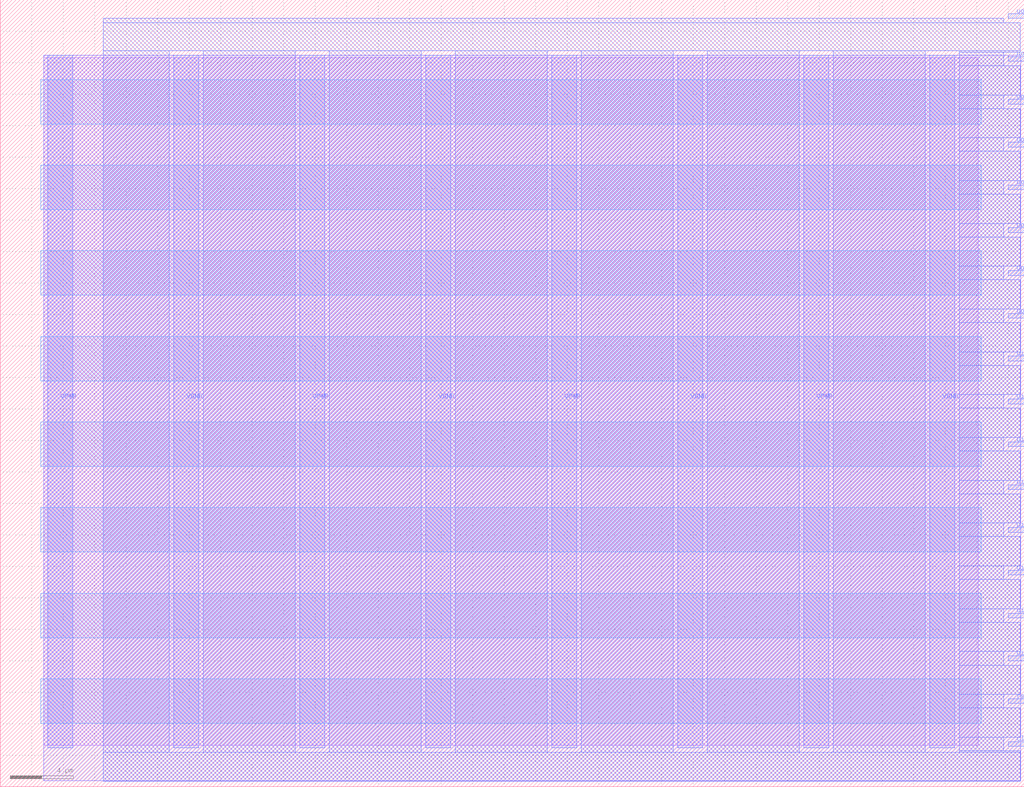
<source format=lef>
VERSION 5.7 ;
  NOWIREEXTENSIONATPIN ON ;
  DIVIDERCHAR "/" ;
  BUSBITCHARS "[]" ;
MACRO tt_um_MichaelBell_shift_compute
  CLASS BLOCK ;
  FOREIGN tt_um_MichaelBell_shift_compute ;
  ORIGIN 0.000 0.000 ;
  SIZE 65.000 BY 50.000 ;
  PIN VGND
    DIRECTION INOUT ;
    USE GROUND ;
    PORT
      LAYER met2 ;
        RECT 11.000 2.480 12.600 46.480 ;
    END
    PORT
      LAYER met2 ;
        RECT 27.000 2.480 28.600 46.480 ;
    END
    PORT
      LAYER met2 ;
        RECT 43.000 2.480 44.600 46.480 ;
    END
    PORT
      LAYER met2 ;
        RECT 59.000 2.480 60.600 46.480 ;
    END
  END VGND
  PIN VPWR
    DIRECTION INOUT ;
    USE POWER ;
    PORT
      LAYER met2 ;
        RECT 3.000 2.480 4.600 46.480 ;
    END
    PORT
      LAYER met2 ;
        RECT 19.000 2.480 20.600 46.480 ;
    END
    PORT
      LAYER met2 ;
        RECT 35.000 2.480 36.600 46.480 ;
    END
    PORT
      LAYER met2 ;
        RECT 51.000 2.480 52.600 46.480 ;
    END
  END VPWR
  PIN clk
    DIRECTION INPUT ;
    USE SIGNAL ;
    ANTENNAGATEAREA 0.852000 ;
    PORT
      LAYER met2 ;
        RECT 64.000 2.570 65.000 2.870 ;
    END
  END clk
  PIN rst_n
    DIRECTION INPUT ;
    USE SIGNAL ;
    ANTENNAGATEAREA 0.196500 ;
    PORT
      LAYER met2 ;
        RECT 64.000 5.290 65.000 5.590 ;
    END
  END rst_n
  PIN ui_in[0]
    DIRECTION INPUT ;
    USE SIGNAL ;
    ANTENNAGATEAREA 0.196500 ;
    PORT
      LAYER met2 ;
        RECT 64.000 8.010 65.000 8.310 ;
    END
  END ui_in[0]
  PIN ui_in[1]
    DIRECTION INPUT ;
    USE SIGNAL ;
    ANTENNAGATEAREA 0.196500 ;
    PORT
      LAYER met2 ;
        RECT 64.000 10.730 65.000 11.030 ;
    END
  END ui_in[1]
  PIN ui_in[2]
    DIRECTION INPUT ;
    USE SIGNAL ;
    ANTENNAGATEAREA 0.196500 ;
    PORT
      LAYER met2 ;
        RECT 64.000 13.450 65.000 13.750 ;
    END
  END ui_in[2]
  PIN ui_in[3]
    DIRECTION INPUT ;
    USE SIGNAL ;
    ANTENNAGATEAREA 0.196500 ;
    PORT
      LAYER met2 ;
        RECT 64.000 16.170 65.000 16.470 ;
    END
  END ui_in[3]
  PIN ui_in[4]
    DIRECTION INPUT ;
    USE SIGNAL ;
    ANTENNAGATEAREA 0.213000 ;
    PORT
      LAYER met2 ;
        RECT 64.000 18.890 65.000 19.190 ;
    END
  END ui_in[4]
  PIN ui_in[5]
    DIRECTION INPUT ;
    USE SIGNAL ;
    ANTENNAGATEAREA 0.213000 ;
    PORT
      LAYER met2 ;
        RECT 64.000 21.610 65.000 21.910 ;
    END
  END ui_in[5]
  PIN ui_in[6]
    DIRECTION INPUT ;
    USE SIGNAL ;
    ANTENNAGATEAREA 0.196500 ;
    PORT
      LAYER met2 ;
        RECT 64.000 24.330 65.000 24.630 ;
    END
  END ui_in[6]
  PIN ui_in[7]
    DIRECTION INPUT ;
    USE SIGNAL ;
    ANTENNAGATEAREA 0.196500 ;
    PORT
      LAYER met2 ;
        RECT 64.000 27.050 65.000 27.350 ;
    END
  END ui_in[7]
  PIN uo_out[0]
    DIRECTION OUTPUT ;
    USE SIGNAL ;
    ANTENNADIFFAREA 0.891000 ;
    PORT
      LAYER met2 ;
        RECT 64.000 29.770 65.000 30.070 ;
    END
  END uo_out[0]
  PIN uo_out[1]
    DIRECTION OUTPUT ;
    USE SIGNAL ;
    ANTENNADIFFAREA 0.891000 ;
    PORT
      LAYER met2 ;
        RECT 64.000 32.490 65.000 32.790 ;
    END
  END uo_out[1]
  PIN uo_out[2]
    DIRECTION OUTPUT ;
    USE SIGNAL ;
    ANTENNADIFFAREA 0.891000 ;
    PORT
      LAYER met2 ;
        RECT 64.000 35.210 65.000 35.510 ;
    END
  END uo_out[2]
  PIN uo_out[3]
    DIRECTION OUTPUT ;
    USE SIGNAL ;
    ANTENNADIFFAREA 0.891000 ;
    PORT
      LAYER met2 ;
        RECT 64.000 37.930 65.000 38.230 ;
    END
  END uo_out[3]
  PIN uo_out[4]
    DIRECTION OUTPUT ;
    USE SIGNAL ;
    ANTENNADIFFAREA 0.891000 ;
    PORT
      LAYER met2 ;
        RECT 64.000 40.650 65.000 40.950 ;
    END
  END uo_out[4]
  PIN uo_out[5]
    DIRECTION OUTPUT ;
    USE SIGNAL ;
    ANTENNADIFFAREA 0.891000 ;
    PORT
      LAYER met2 ;
        RECT 64.000 43.370 65.000 43.670 ;
    END
  END uo_out[5]
  PIN uo_out[6]
    DIRECTION OUTPUT ;
    USE SIGNAL ;
    ANTENNADIFFAREA 0.891000 ;
    PORT
      LAYER met2 ;
        RECT 64.000 46.090 65.000 46.390 ;
    END
  END uo_out[6]
  PIN uo_out[7]
    DIRECTION OUTPUT ;
    USE SIGNAL ;
    ANTENNADIFFAREA 0.891000 ;
    PORT
      LAYER met2 ;
        RECT 64.000 48.810 65.000 49.110 ;
    END
  END uo_out[7]
  OBS
      LAYER nwell ;
        RECT 2.570 42.105 62.290 44.935 ;
        RECT 2.570 36.665 62.290 39.495 ;
        RECT 2.570 31.225 62.290 34.055 ;
        RECT 2.570 25.785 62.290 28.615 ;
        RECT 2.570 20.345 62.290 23.175 ;
        RECT 2.570 14.905 62.290 17.735 ;
        RECT 2.570 9.465 62.290 12.295 ;
        RECT 2.570 4.025 62.290 6.855 ;
      LAYER li1 ;
        RECT 2.760 2.635 62.100 46.325 ;
      LAYER met1 ;
        RECT 2.760 0.380 64.790 46.480 ;
      LAYER met2 ;
        RECT 6.540 48.530 63.720 48.810 ;
        RECT 6.540 46.760 64.760 48.530 ;
        RECT 6.540 2.200 10.720 46.760 ;
        RECT 12.880 2.200 18.720 46.760 ;
        RECT 20.880 2.200 26.720 46.760 ;
        RECT 28.880 2.200 34.720 46.760 ;
        RECT 36.880 2.200 42.720 46.760 ;
        RECT 44.880 2.200 50.720 46.760 ;
        RECT 52.880 2.200 58.720 46.760 ;
        RECT 60.880 46.670 64.760 46.760 ;
        RECT 60.880 45.810 63.720 46.670 ;
        RECT 60.880 43.950 64.760 45.810 ;
        RECT 60.880 43.090 63.720 43.950 ;
        RECT 60.880 41.230 64.760 43.090 ;
        RECT 60.880 40.370 63.720 41.230 ;
        RECT 60.880 38.510 64.760 40.370 ;
        RECT 60.880 37.650 63.720 38.510 ;
        RECT 60.880 35.790 64.760 37.650 ;
        RECT 60.880 34.930 63.720 35.790 ;
        RECT 60.880 33.070 64.760 34.930 ;
        RECT 60.880 32.210 63.720 33.070 ;
        RECT 60.880 30.350 64.760 32.210 ;
        RECT 60.880 29.490 63.720 30.350 ;
        RECT 60.880 27.630 64.760 29.490 ;
        RECT 60.880 26.770 63.720 27.630 ;
        RECT 60.880 24.910 64.760 26.770 ;
        RECT 60.880 24.050 63.720 24.910 ;
        RECT 60.880 22.190 64.760 24.050 ;
        RECT 60.880 21.330 63.720 22.190 ;
        RECT 60.880 19.470 64.760 21.330 ;
        RECT 60.880 18.610 63.720 19.470 ;
        RECT 60.880 16.750 64.760 18.610 ;
        RECT 60.880 15.890 63.720 16.750 ;
        RECT 60.880 14.030 64.760 15.890 ;
        RECT 60.880 13.170 63.720 14.030 ;
        RECT 60.880 11.310 64.760 13.170 ;
        RECT 60.880 10.450 63.720 11.310 ;
        RECT 60.880 8.590 64.760 10.450 ;
        RECT 60.880 7.730 63.720 8.590 ;
        RECT 60.880 5.870 64.760 7.730 ;
        RECT 60.880 5.010 63.720 5.870 ;
        RECT 60.880 3.150 64.760 5.010 ;
        RECT 60.880 2.290 63.720 3.150 ;
        RECT 60.880 2.200 64.760 2.290 ;
        RECT 6.540 0.350 64.760 2.200 ;
  END
END tt_um_MichaelBell_shift_compute
END LIBRARY


</source>
